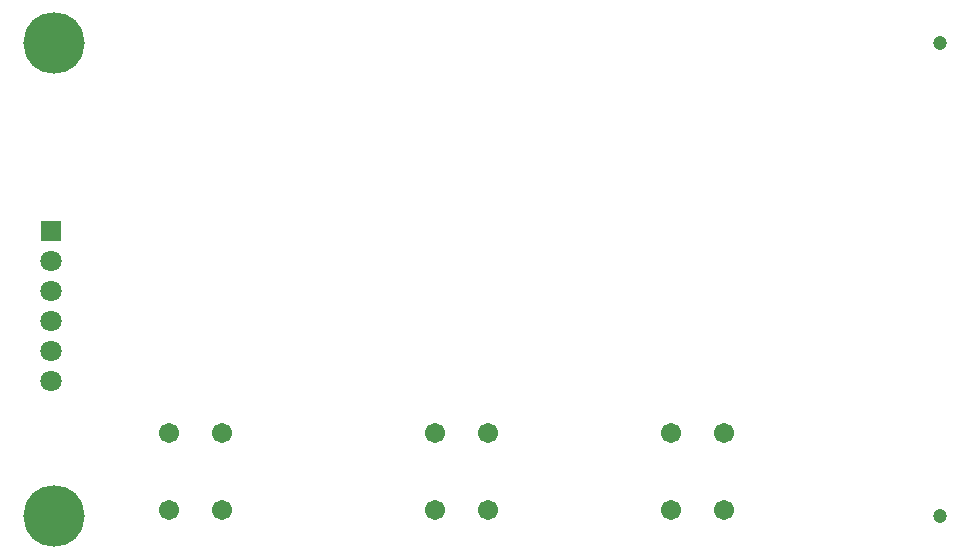
<source format=gbs>
G04*
G04 #@! TF.GenerationSoftware,Altium Limited,Altium Designer,19.0.15 (446)*
G04*
G04 Layer_Color=16711935*
%FSLAX25Y25*%
%MOIN*%
G70*
G01*
G75*
%ADD46C,0.06706*%
%ADD47C,0.07099*%
%ADD48R,0.07099X0.07099*%
%ADD49C,0.04737*%
%ADD50C,0.20485*%
D46*
X56102Y27559D02*
D03*
X38386D02*
D03*
X56102Y1969D02*
D03*
X38386D02*
D03*
X144685Y27559D02*
D03*
X126969D02*
D03*
X144685Y1969D02*
D03*
X126969D02*
D03*
X223425Y27559D02*
D03*
X205709D02*
D03*
X223425Y1969D02*
D03*
X205709D02*
D03*
D47*
X-984Y54961D02*
D03*
Y64961D02*
D03*
X-984Y74961D02*
D03*
X-984Y84961D02*
D03*
X-984Y44961D02*
D03*
D48*
X-984Y94961D02*
D03*
D49*
X295276Y157480D02*
D03*
Y0D02*
D03*
D50*
X0Y157480D02*
D03*
Y0D02*
D03*
M02*

</source>
